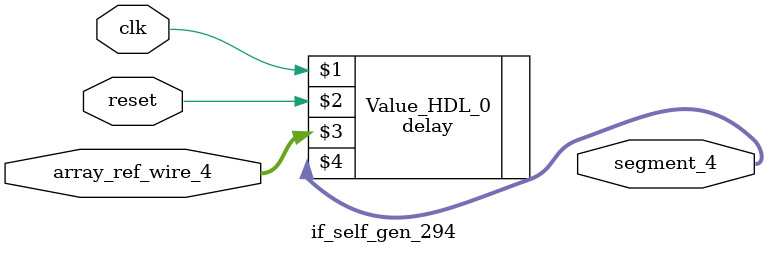
<source format=v>
module if_self_gen_294( input clk, input reset, input [31:0]array_ref_wire_4, output [31:0]segment_4); 
	wire [31:0]segment_4;
	//Proceed with segment_4 = array_ref_wire_4
	delay Value_HDL_0 ( clk, reset, array_ref_wire_4, segment_4);
endmodule
</source>
